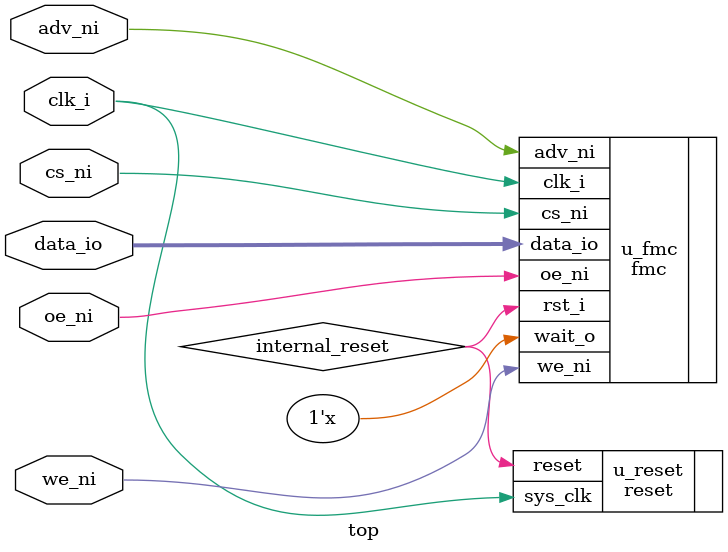
<source format=sv>
module top (
    input wire        clk_i,    // PSRAM clk
    inout wire [12:0] data_io,  // multiplexed address and data
    input wire        cs_ni,    // chip select, negated.
    input wire        oe_ni,    // output enable, negated
    input wire        we_ni,    // write enable, negated
    input wire        adv_ni    // address valid, negated
);

    logic internal_reset;
    reset u_reset (
        .sys_clk(clk_i),
        .reset  (internal_reset)
    );

    fmc #(
        .AddrWidth(13),
        .DataWidth(13)
    ) u_fmc (
        .rst_i  (internal_reset),
        .clk_i  (clk_i),
        .data_io(data_io),
        .cs_ni  (cs_ni),
        .oe_ni  (oe_ni),
        .we_ni  (we_ni),
        .adv_ni (adv_ni),
        .wait_o (1'bz)
    );



endmodule

</source>
